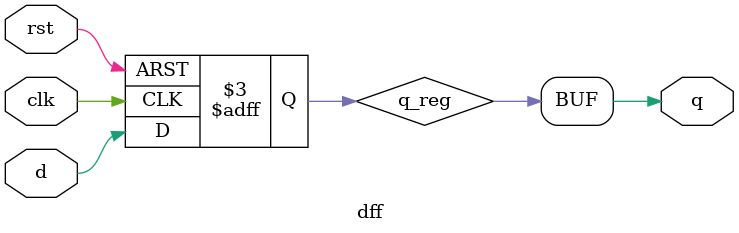
<source format=v>
module DFF8bit(
    input  [7:0] D,      // Entrada de dados de 8 bits
    input        clk,    // Clock (borda de subida)
    input        rst,    // Reset (ativo baixo)
    output [7:0] Q       // Saída registrada
);
    // Flip-flops D individuais para cada bit
    dff dff0(.d(D[0]), .clk(clk), .rst(rst), .q(Q[0]));
    dff dff1(.d(D[1]), .clk(clk), .rst(rst), .q(Q[1]));
    dff dff2(.d(D[2]), .clk(clk), .rst(rst), .q(Q[2]));
    dff dff3(.d(D[3]), .clk(clk), .rst(rst), .q(Q[3]));
    dff dff4(.d(D[4]), .clk(clk), .rst(rst), .q(Q[4]));
    dff dff5(.d(D[5]), .clk(clk), .rst(rst), .q(Q[5]));
    dff dff6(.d(D[6]), .clk(clk), .rst(rst), .q(Q[6]));
    dff dff7(.d(D[7]), .clk(clk), .rst(rst), .q(Q[7]));
endmodule

// Flip-flop D básico
module dff(
    input  d,    // Entrada de dados
    input  clk,  // Clock
    input  rst,  // Reset (ativo baixo)
    output q     // Saída
);
    reg q_reg;
    
    always @(posedge clk or negedge rst) begin
        if (!rst)
            q_reg <= 1'b0;
        else
            q_reg <= d;
    end
    
    assign q = q_reg;
endmodule
</source>
